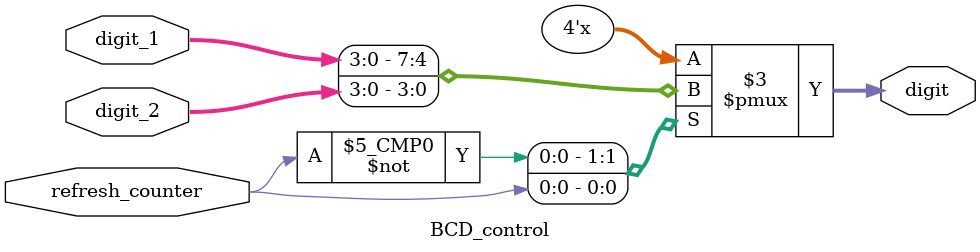
<source format=v>
`timescale 1ns / 1ps

module BCD_control(
    input [3:0] digit_1,
    input [3:0] digit_2,
    output reg [3:0] digit,
    input refresh_counter
    );
    
    initial digit = 4'b0000;
    
    always@(refresh_counter)begin
        case (refresh_counter)
            0: digit = digit_1; //cyfra po prawej
            1: digit = digit_2; //cyfra po lewej
        endcase
    end
endmodule

</source>
